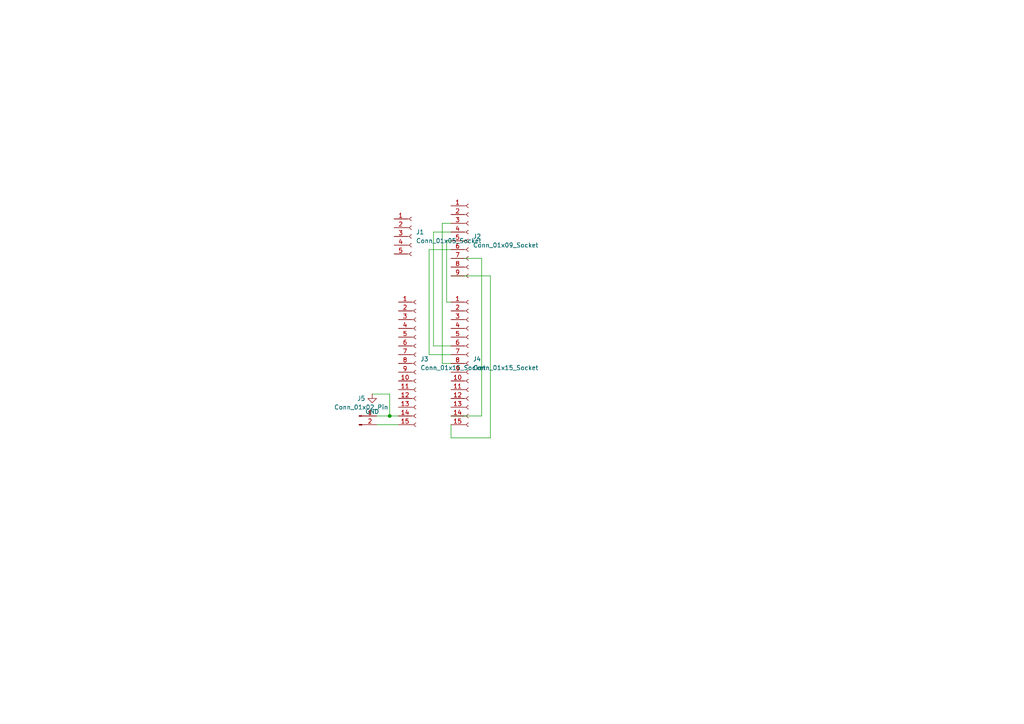
<source format=kicad_sch>
(kicad_sch
	(version 20250114)
	(generator "eeschema")
	(generator_version "9.0")
	(uuid "494291b8-daa1-4cff-a007-d9d3da385ae8")
	(paper "A4")
	(lib_symbols
		(symbol "Connector:Conn_01x02_Pin"
			(pin_names
				(offset 1.016)
				(hide yes)
			)
			(exclude_from_sim no)
			(in_bom yes)
			(on_board yes)
			(property "Reference" "J"
				(at 0 2.54 0)
				(effects
					(font
						(size 1.27 1.27)
					)
				)
			)
			(property "Value" "Conn_01x02_Pin"
				(at 0 -5.08 0)
				(effects
					(font
						(size 1.27 1.27)
					)
				)
			)
			(property "Footprint" ""
				(at 0 0 0)
				(effects
					(font
						(size 1.27 1.27)
					)
					(hide yes)
				)
			)
			(property "Datasheet" "~"
				(at 0 0 0)
				(effects
					(font
						(size 1.27 1.27)
					)
					(hide yes)
				)
			)
			(property "Description" "Generic connector, single row, 01x02, script generated"
				(at 0 0 0)
				(effects
					(font
						(size 1.27 1.27)
					)
					(hide yes)
				)
			)
			(property "ki_locked" ""
				(at 0 0 0)
				(effects
					(font
						(size 1.27 1.27)
					)
				)
			)
			(property "ki_keywords" "connector"
				(at 0 0 0)
				(effects
					(font
						(size 1.27 1.27)
					)
					(hide yes)
				)
			)
			(property "ki_fp_filters" "Connector*:*_1x??_*"
				(at 0 0 0)
				(effects
					(font
						(size 1.27 1.27)
					)
					(hide yes)
				)
			)
			(symbol "Conn_01x02_Pin_1_1"
				(rectangle
					(start 0.8636 0.127)
					(end 0 -0.127)
					(stroke
						(width 0.1524)
						(type default)
					)
					(fill
						(type outline)
					)
				)
				(rectangle
					(start 0.8636 -2.413)
					(end 0 -2.667)
					(stroke
						(width 0.1524)
						(type default)
					)
					(fill
						(type outline)
					)
				)
				(polyline
					(pts
						(xy 1.27 0) (xy 0.8636 0)
					)
					(stroke
						(width 0.1524)
						(type default)
					)
					(fill
						(type none)
					)
				)
				(polyline
					(pts
						(xy 1.27 -2.54) (xy 0.8636 -2.54)
					)
					(stroke
						(width 0.1524)
						(type default)
					)
					(fill
						(type none)
					)
				)
				(pin passive line
					(at 5.08 0 180)
					(length 3.81)
					(name "Pin_1"
						(effects
							(font
								(size 1.27 1.27)
							)
						)
					)
					(number "1"
						(effects
							(font
								(size 1.27 1.27)
							)
						)
					)
				)
				(pin passive line
					(at 5.08 -2.54 180)
					(length 3.81)
					(name "Pin_2"
						(effects
							(font
								(size 1.27 1.27)
							)
						)
					)
					(number "2"
						(effects
							(font
								(size 1.27 1.27)
							)
						)
					)
				)
			)
			(embedded_fonts no)
		)
		(symbol "Connector:Conn_01x05_Socket"
			(pin_names
				(offset 1.016)
				(hide yes)
			)
			(exclude_from_sim no)
			(in_bom yes)
			(on_board yes)
			(property "Reference" "J"
				(at 0 7.62 0)
				(effects
					(font
						(size 1.27 1.27)
					)
				)
			)
			(property "Value" "Conn_01x05_Socket"
				(at 0 -7.62 0)
				(effects
					(font
						(size 1.27 1.27)
					)
				)
			)
			(property "Footprint" ""
				(at 0 0 0)
				(effects
					(font
						(size 1.27 1.27)
					)
					(hide yes)
				)
			)
			(property "Datasheet" "~"
				(at 0 0 0)
				(effects
					(font
						(size 1.27 1.27)
					)
					(hide yes)
				)
			)
			(property "Description" "Generic connector, single row, 01x05, script generated"
				(at 0 0 0)
				(effects
					(font
						(size 1.27 1.27)
					)
					(hide yes)
				)
			)
			(property "ki_locked" ""
				(at 0 0 0)
				(effects
					(font
						(size 1.27 1.27)
					)
				)
			)
			(property "ki_keywords" "connector"
				(at 0 0 0)
				(effects
					(font
						(size 1.27 1.27)
					)
					(hide yes)
				)
			)
			(property "ki_fp_filters" "Connector*:*_1x??_*"
				(at 0 0 0)
				(effects
					(font
						(size 1.27 1.27)
					)
					(hide yes)
				)
			)
			(symbol "Conn_01x05_Socket_1_1"
				(polyline
					(pts
						(xy -1.27 5.08) (xy -0.508 5.08)
					)
					(stroke
						(width 0.1524)
						(type default)
					)
					(fill
						(type none)
					)
				)
				(polyline
					(pts
						(xy -1.27 2.54) (xy -0.508 2.54)
					)
					(stroke
						(width 0.1524)
						(type default)
					)
					(fill
						(type none)
					)
				)
				(polyline
					(pts
						(xy -1.27 0) (xy -0.508 0)
					)
					(stroke
						(width 0.1524)
						(type default)
					)
					(fill
						(type none)
					)
				)
				(polyline
					(pts
						(xy -1.27 -2.54) (xy -0.508 -2.54)
					)
					(stroke
						(width 0.1524)
						(type default)
					)
					(fill
						(type none)
					)
				)
				(polyline
					(pts
						(xy -1.27 -5.08) (xy -0.508 -5.08)
					)
					(stroke
						(width 0.1524)
						(type default)
					)
					(fill
						(type none)
					)
				)
				(arc
					(start 0 4.572)
					(mid -0.5058 5.08)
					(end 0 5.588)
					(stroke
						(width 0.1524)
						(type default)
					)
					(fill
						(type none)
					)
				)
				(arc
					(start 0 2.032)
					(mid -0.5058 2.54)
					(end 0 3.048)
					(stroke
						(width 0.1524)
						(type default)
					)
					(fill
						(type none)
					)
				)
				(arc
					(start 0 -0.508)
					(mid -0.5058 0)
					(end 0 0.508)
					(stroke
						(width 0.1524)
						(type default)
					)
					(fill
						(type none)
					)
				)
				(arc
					(start 0 -3.048)
					(mid -0.5058 -2.54)
					(end 0 -2.032)
					(stroke
						(width 0.1524)
						(type default)
					)
					(fill
						(type none)
					)
				)
				(arc
					(start 0 -5.588)
					(mid -0.5058 -5.08)
					(end 0 -4.572)
					(stroke
						(width 0.1524)
						(type default)
					)
					(fill
						(type none)
					)
				)
				(pin passive line
					(at -5.08 5.08 0)
					(length 3.81)
					(name "Pin_1"
						(effects
							(font
								(size 1.27 1.27)
							)
						)
					)
					(number "1"
						(effects
							(font
								(size 1.27 1.27)
							)
						)
					)
				)
				(pin passive line
					(at -5.08 2.54 0)
					(length 3.81)
					(name "Pin_2"
						(effects
							(font
								(size 1.27 1.27)
							)
						)
					)
					(number "2"
						(effects
							(font
								(size 1.27 1.27)
							)
						)
					)
				)
				(pin passive line
					(at -5.08 0 0)
					(length 3.81)
					(name "Pin_3"
						(effects
							(font
								(size 1.27 1.27)
							)
						)
					)
					(number "3"
						(effects
							(font
								(size 1.27 1.27)
							)
						)
					)
				)
				(pin passive line
					(at -5.08 -2.54 0)
					(length 3.81)
					(name "Pin_4"
						(effects
							(font
								(size 1.27 1.27)
							)
						)
					)
					(number "4"
						(effects
							(font
								(size 1.27 1.27)
							)
						)
					)
				)
				(pin passive line
					(at -5.08 -5.08 0)
					(length 3.81)
					(name "Pin_5"
						(effects
							(font
								(size 1.27 1.27)
							)
						)
					)
					(number "5"
						(effects
							(font
								(size 1.27 1.27)
							)
						)
					)
				)
			)
			(embedded_fonts no)
		)
		(symbol "Connector:Conn_01x09_Socket"
			(pin_names
				(offset 1.016)
				(hide yes)
			)
			(exclude_from_sim no)
			(in_bom yes)
			(on_board yes)
			(property "Reference" "J"
				(at 0 12.7 0)
				(effects
					(font
						(size 1.27 1.27)
					)
				)
			)
			(property "Value" "Conn_01x09_Socket"
				(at 0 -12.7 0)
				(effects
					(font
						(size 1.27 1.27)
					)
				)
			)
			(property "Footprint" ""
				(at 0 0 0)
				(effects
					(font
						(size 1.27 1.27)
					)
					(hide yes)
				)
			)
			(property "Datasheet" "~"
				(at 0 0 0)
				(effects
					(font
						(size 1.27 1.27)
					)
					(hide yes)
				)
			)
			(property "Description" "Generic connector, single row, 01x09, script generated"
				(at 0 0 0)
				(effects
					(font
						(size 1.27 1.27)
					)
					(hide yes)
				)
			)
			(property "ki_locked" ""
				(at 0 0 0)
				(effects
					(font
						(size 1.27 1.27)
					)
				)
			)
			(property "ki_keywords" "connector"
				(at 0 0 0)
				(effects
					(font
						(size 1.27 1.27)
					)
					(hide yes)
				)
			)
			(property "ki_fp_filters" "Connector*:*_1x??_*"
				(at 0 0 0)
				(effects
					(font
						(size 1.27 1.27)
					)
					(hide yes)
				)
			)
			(symbol "Conn_01x09_Socket_1_1"
				(polyline
					(pts
						(xy -1.27 10.16) (xy -0.508 10.16)
					)
					(stroke
						(width 0.1524)
						(type default)
					)
					(fill
						(type none)
					)
				)
				(polyline
					(pts
						(xy -1.27 7.62) (xy -0.508 7.62)
					)
					(stroke
						(width 0.1524)
						(type default)
					)
					(fill
						(type none)
					)
				)
				(polyline
					(pts
						(xy -1.27 5.08) (xy -0.508 5.08)
					)
					(stroke
						(width 0.1524)
						(type default)
					)
					(fill
						(type none)
					)
				)
				(polyline
					(pts
						(xy -1.27 2.54) (xy -0.508 2.54)
					)
					(stroke
						(width 0.1524)
						(type default)
					)
					(fill
						(type none)
					)
				)
				(polyline
					(pts
						(xy -1.27 0) (xy -0.508 0)
					)
					(stroke
						(width 0.1524)
						(type default)
					)
					(fill
						(type none)
					)
				)
				(polyline
					(pts
						(xy -1.27 -2.54) (xy -0.508 -2.54)
					)
					(stroke
						(width 0.1524)
						(type default)
					)
					(fill
						(type none)
					)
				)
				(polyline
					(pts
						(xy -1.27 -5.08) (xy -0.508 -5.08)
					)
					(stroke
						(width 0.1524)
						(type default)
					)
					(fill
						(type none)
					)
				)
				(polyline
					(pts
						(xy -1.27 -7.62) (xy -0.508 -7.62)
					)
					(stroke
						(width 0.1524)
						(type default)
					)
					(fill
						(type none)
					)
				)
				(polyline
					(pts
						(xy -1.27 -10.16) (xy -0.508 -10.16)
					)
					(stroke
						(width 0.1524)
						(type default)
					)
					(fill
						(type none)
					)
				)
				(arc
					(start 0 9.652)
					(mid -0.5058 10.16)
					(end 0 10.668)
					(stroke
						(width 0.1524)
						(type default)
					)
					(fill
						(type none)
					)
				)
				(arc
					(start 0 7.112)
					(mid -0.5058 7.62)
					(end 0 8.128)
					(stroke
						(width 0.1524)
						(type default)
					)
					(fill
						(type none)
					)
				)
				(arc
					(start 0 4.572)
					(mid -0.5058 5.08)
					(end 0 5.588)
					(stroke
						(width 0.1524)
						(type default)
					)
					(fill
						(type none)
					)
				)
				(arc
					(start 0 2.032)
					(mid -0.5058 2.54)
					(end 0 3.048)
					(stroke
						(width 0.1524)
						(type default)
					)
					(fill
						(type none)
					)
				)
				(arc
					(start 0 -0.508)
					(mid -0.5058 0)
					(end 0 0.508)
					(stroke
						(width 0.1524)
						(type default)
					)
					(fill
						(type none)
					)
				)
				(arc
					(start 0 -3.048)
					(mid -0.5058 -2.54)
					(end 0 -2.032)
					(stroke
						(width 0.1524)
						(type default)
					)
					(fill
						(type none)
					)
				)
				(arc
					(start 0 -5.588)
					(mid -0.5058 -5.08)
					(end 0 -4.572)
					(stroke
						(width 0.1524)
						(type default)
					)
					(fill
						(type none)
					)
				)
				(arc
					(start 0 -8.128)
					(mid -0.5058 -7.62)
					(end 0 -7.112)
					(stroke
						(width 0.1524)
						(type default)
					)
					(fill
						(type none)
					)
				)
				(arc
					(start 0 -10.668)
					(mid -0.5058 -10.16)
					(end 0 -9.652)
					(stroke
						(width 0.1524)
						(type default)
					)
					(fill
						(type none)
					)
				)
				(pin passive line
					(at -5.08 10.16 0)
					(length 3.81)
					(name "Pin_1"
						(effects
							(font
								(size 1.27 1.27)
							)
						)
					)
					(number "1"
						(effects
							(font
								(size 1.27 1.27)
							)
						)
					)
				)
				(pin passive line
					(at -5.08 7.62 0)
					(length 3.81)
					(name "Pin_2"
						(effects
							(font
								(size 1.27 1.27)
							)
						)
					)
					(number "2"
						(effects
							(font
								(size 1.27 1.27)
							)
						)
					)
				)
				(pin passive line
					(at -5.08 5.08 0)
					(length 3.81)
					(name "Pin_3"
						(effects
							(font
								(size 1.27 1.27)
							)
						)
					)
					(number "3"
						(effects
							(font
								(size 1.27 1.27)
							)
						)
					)
				)
				(pin passive line
					(at -5.08 2.54 0)
					(length 3.81)
					(name "Pin_4"
						(effects
							(font
								(size 1.27 1.27)
							)
						)
					)
					(number "4"
						(effects
							(font
								(size 1.27 1.27)
							)
						)
					)
				)
				(pin passive line
					(at -5.08 0 0)
					(length 3.81)
					(name "Pin_5"
						(effects
							(font
								(size 1.27 1.27)
							)
						)
					)
					(number "5"
						(effects
							(font
								(size 1.27 1.27)
							)
						)
					)
				)
				(pin passive line
					(at -5.08 -2.54 0)
					(length 3.81)
					(name "Pin_6"
						(effects
							(font
								(size 1.27 1.27)
							)
						)
					)
					(number "6"
						(effects
							(font
								(size 1.27 1.27)
							)
						)
					)
				)
				(pin passive line
					(at -5.08 -5.08 0)
					(length 3.81)
					(name "Pin_7"
						(effects
							(font
								(size 1.27 1.27)
							)
						)
					)
					(number "7"
						(effects
							(font
								(size 1.27 1.27)
							)
						)
					)
				)
				(pin passive line
					(at -5.08 -7.62 0)
					(length 3.81)
					(name "Pin_8"
						(effects
							(font
								(size 1.27 1.27)
							)
						)
					)
					(number "8"
						(effects
							(font
								(size 1.27 1.27)
							)
						)
					)
				)
				(pin passive line
					(at -5.08 -10.16 0)
					(length 3.81)
					(name "Pin_9"
						(effects
							(font
								(size 1.27 1.27)
							)
						)
					)
					(number "9"
						(effects
							(font
								(size 1.27 1.27)
							)
						)
					)
				)
			)
			(embedded_fonts no)
		)
		(symbol "Connector:Conn_01x15_Socket"
			(pin_names
				(offset 1.016)
				(hide yes)
			)
			(exclude_from_sim no)
			(in_bom yes)
			(on_board yes)
			(property "Reference" "J"
				(at 0 20.32 0)
				(effects
					(font
						(size 1.27 1.27)
					)
				)
			)
			(property "Value" "Conn_01x15_Socket"
				(at 0 -20.32 0)
				(effects
					(font
						(size 1.27 1.27)
					)
				)
			)
			(property "Footprint" ""
				(at 0 0 0)
				(effects
					(font
						(size 1.27 1.27)
					)
					(hide yes)
				)
			)
			(property "Datasheet" "~"
				(at 0 0 0)
				(effects
					(font
						(size 1.27 1.27)
					)
					(hide yes)
				)
			)
			(property "Description" "Generic connector, single row, 01x15, script generated"
				(at 0 0 0)
				(effects
					(font
						(size 1.27 1.27)
					)
					(hide yes)
				)
			)
			(property "ki_locked" ""
				(at 0 0 0)
				(effects
					(font
						(size 1.27 1.27)
					)
				)
			)
			(property "ki_keywords" "connector"
				(at 0 0 0)
				(effects
					(font
						(size 1.27 1.27)
					)
					(hide yes)
				)
			)
			(property "ki_fp_filters" "Connector*:*_1x??_*"
				(at 0 0 0)
				(effects
					(font
						(size 1.27 1.27)
					)
					(hide yes)
				)
			)
			(symbol "Conn_01x15_Socket_1_1"
				(polyline
					(pts
						(xy -1.27 17.78) (xy -0.508 17.78)
					)
					(stroke
						(width 0.1524)
						(type default)
					)
					(fill
						(type none)
					)
				)
				(polyline
					(pts
						(xy -1.27 15.24) (xy -0.508 15.24)
					)
					(stroke
						(width 0.1524)
						(type default)
					)
					(fill
						(type none)
					)
				)
				(polyline
					(pts
						(xy -1.27 12.7) (xy -0.508 12.7)
					)
					(stroke
						(width 0.1524)
						(type default)
					)
					(fill
						(type none)
					)
				)
				(polyline
					(pts
						(xy -1.27 10.16) (xy -0.508 10.16)
					)
					(stroke
						(width 0.1524)
						(type default)
					)
					(fill
						(type none)
					)
				)
				(polyline
					(pts
						(xy -1.27 7.62) (xy -0.508 7.62)
					)
					(stroke
						(width 0.1524)
						(type default)
					)
					(fill
						(type none)
					)
				)
				(polyline
					(pts
						(xy -1.27 5.08) (xy -0.508 5.08)
					)
					(stroke
						(width 0.1524)
						(type default)
					)
					(fill
						(type none)
					)
				)
				(polyline
					(pts
						(xy -1.27 2.54) (xy -0.508 2.54)
					)
					(stroke
						(width 0.1524)
						(type default)
					)
					(fill
						(type none)
					)
				)
				(polyline
					(pts
						(xy -1.27 0) (xy -0.508 0)
					)
					(stroke
						(width 0.1524)
						(type default)
					)
					(fill
						(type none)
					)
				)
				(polyline
					(pts
						(xy -1.27 -2.54) (xy -0.508 -2.54)
					)
					(stroke
						(width 0.1524)
						(type default)
					)
					(fill
						(type none)
					)
				)
				(polyline
					(pts
						(xy -1.27 -5.08) (xy -0.508 -5.08)
					)
					(stroke
						(width 0.1524)
						(type default)
					)
					(fill
						(type none)
					)
				)
				(polyline
					(pts
						(xy -1.27 -7.62) (xy -0.508 -7.62)
					)
					(stroke
						(width 0.1524)
						(type default)
					)
					(fill
						(type none)
					)
				)
				(polyline
					(pts
						(xy -1.27 -10.16) (xy -0.508 -10.16)
					)
					(stroke
						(width 0.1524)
						(type default)
					)
					(fill
						(type none)
					)
				)
				(polyline
					(pts
						(xy -1.27 -12.7) (xy -0.508 -12.7)
					)
					(stroke
						(width 0.1524)
						(type default)
					)
					(fill
						(type none)
					)
				)
				(polyline
					(pts
						(xy -1.27 -15.24) (xy -0.508 -15.24)
					)
					(stroke
						(width 0.1524)
						(type default)
					)
					(fill
						(type none)
					)
				)
				(polyline
					(pts
						(xy -1.27 -17.78) (xy -0.508 -17.78)
					)
					(stroke
						(width 0.1524)
						(type default)
					)
					(fill
						(type none)
					)
				)
				(arc
					(start 0 17.272)
					(mid -0.5058 17.78)
					(end 0 18.288)
					(stroke
						(width 0.1524)
						(type default)
					)
					(fill
						(type none)
					)
				)
				(arc
					(start 0 14.732)
					(mid -0.5058 15.24)
					(end 0 15.748)
					(stroke
						(width 0.1524)
						(type default)
					)
					(fill
						(type none)
					)
				)
				(arc
					(start 0 12.192)
					(mid -0.5058 12.7)
					(end 0 13.208)
					(stroke
						(width 0.1524)
						(type default)
					)
					(fill
						(type none)
					)
				)
				(arc
					(start 0 9.652)
					(mid -0.5058 10.16)
					(end 0 10.668)
					(stroke
						(width 0.1524)
						(type default)
					)
					(fill
						(type none)
					)
				)
				(arc
					(start 0 7.112)
					(mid -0.5058 7.62)
					(end 0 8.128)
					(stroke
						(width 0.1524)
						(type default)
					)
					(fill
						(type none)
					)
				)
				(arc
					(start 0 4.572)
					(mid -0.5058 5.08)
					(end 0 5.588)
					(stroke
						(width 0.1524)
						(type default)
					)
					(fill
						(type none)
					)
				)
				(arc
					(start 0 2.032)
					(mid -0.5058 2.54)
					(end 0 3.048)
					(stroke
						(width 0.1524)
						(type default)
					)
					(fill
						(type none)
					)
				)
				(arc
					(start 0 -0.508)
					(mid -0.5058 0)
					(end 0 0.508)
					(stroke
						(width 0.1524)
						(type default)
					)
					(fill
						(type none)
					)
				)
				(arc
					(start 0 -3.048)
					(mid -0.5058 -2.54)
					(end 0 -2.032)
					(stroke
						(width 0.1524)
						(type default)
					)
					(fill
						(type none)
					)
				)
				(arc
					(start 0 -5.588)
					(mid -0.5058 -5.08)
					(end 0 -4.572)
					(stroke
						(width 0.1524)
						(type default)
					)
					(fill
						(type none)
					)
				)
				(arc
					(start 0 -8.128)
					(mid -0.5058 -7.62)
					(end 0 -7.112)
					(stroke
						(width 0.1524)
						(type default)
					)
					(fill
						(type none)
					)
				)
				(arc
					(start 0 -10.668)
					(mid -0.5058 -10.16)
					(end 0 -9.652)
					(stroke
						(width 0.1524)
						(type default)
					)
					(fill
						(type none)
					)
				)
				(arc
					(start 0 -13.208)
					(mid -0.5058 -12.7)
					(end 0 -12.192)
					(stroke
						(width 0.1524)
						(type default)
					)
					(fill
						(type none)
					)
				)
				(arc
					(start 0 -15.748)
					(mid -0.5058 -15.24)
					(end 0 -14.732)
					(stroke
						(width 0.1524)
						(type default)
					)
					(fill
						(type none)
					)
				)
				(arc
					(start 0 -18.288)
					(mid -0.5058 -17.78)
					(end 0 -17.272)
					(stroke
						(width 0.1524)
						(type default)
					)
					(fill
						(type none)
					)
				)
				(pin passive line
					(at -5.08 17.78 0)
					(length 3.81)
					(name "Pin_1"
						(effects
							(font
								(size 1.27 1.27)
							)
						)
					)
					(number "1"
						(effects
							(font
								(size 1.27 1.27)
							)
						)
					)
				)
				(pin passive line
					(at -5.08 15.24 0)
					(length 3.81)
					(name "Pin_2"
						(effects
							(font
								(size 1.27 1.27)
							)
						)
					)
					(number "2"
						(effects
							(font
								(size 1.27 1.27)
							)
						)
					)
				)
				(pin passive line
					(at -5.08 12.7 0)
					(length 3.81)
					(name "Pin_3"
						(effects
							(font
								(size 1.27 1.27)
							)
						)
					)
					(number "3"
						(effects
							(font
								(size 1.27 1.27)
							)
						)
					)
				)
				(pin passive line
					(at -5.08 10.16 0)
					(length 3.81)
					(name "Pin_4"
						(effects
							(font
								(size 1.27 1.27)
							)
						)
					)
					(number "4"
						(effects
							(font
								(size 1.27 1.27)
							)
						)
					)
				)
				(pin passive line
					(at -5.08 7.62 0)
					(length 3.81)
					(name "Pin_5"
						(effects
							(font
								(size 1.27 1.27)
							)
						)
					)
					(number "5"
						(effects
							(font
								(size 1.27 1.27)
							)
						)
					)
				)
				(pin passive line
					(at -5.08 5.08 0)
					(length 3.81)
					(name "Pin_6"
						(effects
							(font
								(size 1.27 1.27)
							)
						)
					)
					(number "6"
						(effects
							(font
								(size 1.27 1.27)
							)
						)
					)
				)
				(pin passive line
					(at -5.08 2.54 0)
					(length 3.81)
					(name "Pin_7"
						(effects
							(font
								(size 1.27 1.27)
							)
						)
					)
					(number "7"
						(effects
							(font
								(size 1.27 1.27)
							)
						)
					)
				)
				(pin passive line
					(at -5.08 0 0)
					(length 3.81)
					(name "Pin_8"
						(effects
							(font
								(size 1.27 1.27)
							)
						)
					)
					(number "8"
						(effects
							(font
								(size 1.27 1.27)
							)
						)
					)
				)
				(pin passive line
					(at -5.08 -2.54 0)
					(length 3.81)
					(name "Pin_9"
						(effects
							(font
								(size 1.27 1.27)
							)
						)
					)
					(number "9"
						(effects
							(font
								(size 1.27 1.27)
							)
						)
					)
				)
				(pin passive line
					(at -5.08 -5.08 0)
					(length 3.81)
					(name "Pin_10"
						(effects
							(font
								(size 1.27 1.27)
							)
						)
					)
					(number "10"
						(effects
							(font
								(size 1.27 1.27)
							)
						)
					)
				)
				(pin passive line
					(at -5.08 -7.62 0)
					(length 3.81)
					(name "Pin_11"
						(effects
							(font
								(size 1.27 1.27)
							)
						)
					)
					(number "11"
						(effects
							(font
								(size 1.27 1.27)
							)
						)
					)
				)
				(pin passive line
					(at -5.08 -10.16 0)
					(length 3.81)
					(name "Pin_12"
						(effects
							(font
								(size 1.27 1.27)
							)
						)
					)
					(number "12"
						(effects
							(font
								(size 1.27 1.27)
							)
						)
					)
				)
				(pin passive line
					(at -5.08 -12.7 0)
					(length 3.81)
					(name "Pin_13"
						(effects
							(font
								(size 1.27 1.27)
							)
						)
					)
					(number "13"
						(effects
							(font
								(size 1.27 1.27)
							)
						)
					)
				)
				(pin passive line
					(at -5.08 -15.24 0)
					(length 3.81)
					(name "Pin_14"
						(effects
							(font
								(size 1.27 1.27)
							)
						)
					)
					(number "14"
						(effects
							(font
								(size 1.27 1.27)
							)
						)
					)
				)
				(pin passive line
					(at -5.08 -17.78 0)
					(length 3.81)
					(name "Pin_15"
						(effects
							(font
								(size 1.27 1.27)
							)
						)
					)
					(number "15"
						(effects
							(font
								(size 1.27 1.27)
							)
						)
					)
				)
			)
			(embedded_fonts no)
		)
		(symbol "power:GND"
			(power)
			(pin_numbers
				(hide yes)
			)
			(pin_names
				(offset 0)
				(hide yes)
			)
			(exclude_from_sim no)
			(in_bom yes)
			(on_board yes)
			(property "Reference" "#PWR"
				(at 0 -6.35 0)
				(effects
					(font
						(size 1.27 1.27)
					)
					(hide yes)
				)
			)
			(property "Value" "GND"
				(at 0 -3.81 0)
				(effects
					(font
						(size 1.27 1.27)
					)
				)
			)
			(property "Footprint" ""
				(at 0 0 0)
				(effects
					(font
						(size 1.27 1.27)
					)
					(hide yes)
				)
			)
			(property "Datasheet" ""
				(at 0 0 0)
				(effects
					(font
						(size 1.27 1.27)
					)
					(hide yes)
				)
			)
			(property "Description" "Power symbol creates a global label with name \"GND\" , ground"
				(at 0 0 0)
				(effects
					(font
						(size 1.27 1.27)
					)
					(hide yes)
				)
			)
			(property "ki_keywords" "global power"
				(at 0 0 0)
				(effects
					(font
						(size 1.27 1.27)
					)
					(hide yes)
				)
			)
			(symbol "GND_0_1"
				(polyline
					(pts
						(xy 0 0) (xy 0 -1.27) (xy 1.27 -1.27) (xy 0 -2.54) (xy -1.27 -1.27) (xy 0 -1.27)
					)
					(stroke
						(width 0)
						(type default)
					)
					(fill
						(type none)
					)
				)
			)
			(symbol "GND_1_1"
				(pin power_in line
					(at 0 0 270)
					(length 0)
					(name "~"
						(effects
							(font
								(size 1.27 1.27)
							)
						)
					)
					(number "1"
						(effects
							(font
								(size 1.27 1.27)
							)
						)
					)
				)
			)
			(embedded_fonts no)
		)
	)
	(junction
		(at 113.03 120.65)
		(diameter 0)
		(color 0 0 0 0)
		(uuid "f00fbb13-77c9-437c-a87b-dc28a0f9b5b6")
	)
	(wire
		(pts
			(xy 142.24 127) (xy 142.24 80.01)
		)
		(stroke
			(width 0)
			(type default)
		)
		(uuid "0868ae99-67cb-4b28-b297-58df145992ed")
	)
	(wire
		(pts
			(xy 130.81 74.93) (xy 139.7 74.93)
		)
		(stroke
			(width 0)
			(type default)
		)
		(uuid "1f310563-d029-41ef-989c-ffeaf4b45082")
	)
	(wire
		(pts
			(xy 107.95 114.3) (xy 113.03 114.3)
		)
		(stroke
			(width 0)
			(type default)
		)
		(uuid "31b6ed38-206c-4604-99fb-476325b3b8e4")
	)
	(wire
		(pts
			(xy 113.03 120.65) (xy 115.57 120.65)
		)
		(stroke
			(width 0)
			(type default)
		)
		(uuid "3b26239b-3fb0-4f09-972b-d444c9bfe658")
	)
	(wire
		(pts
			(xy 109.22 123.19) (xy 115.57 123.19)
		)
		(stroke
			(width 0)
			(type default)
		)
		(uuid "4980f4e0-ba6a-4490-af07-66c9bc09dc8e")
	)
	(wire
		(pts
			(xy 124.46 102.87) (xy 124.46 72.39)
		)
		(stroke
			(width 0)
			(type default)
		)
		(uuid "5e282cce-1b84-4090-b2d9-6f5723ae0dfc")
	)
	(wire
		(pts
			(xy 130.81 67.31) (xy 125.73 67.31)
		)
		(stroke
			(width 0)
			(type default)
		)
		(uuid "60a50747-d527-4707-ad0a-5d9a2fac87be")
	)
	(wire
		(pts
			(xy 130.81 64.77) (xy 128.27 64.77)
		)
		(stroke
			(width 0)
			(type default)
		)
		(uuid "69b94276-8fb5-467c-b029-efee1d600517")
	)
	(wire
		(pts
			(xy 130.81 102.87) (xy 124.46 102.87)
		)
		(stroke
			(width 0)
			(type default)
		)
		(uuid "75a9b14d-34bd-408f-99ba-45125d47a6b0")
	)
	(wire
		(pts
			(xy 129.54 69.85) (xy 129.54 87.63)
		)
		(stroke
			(width 0)
			(type default)
		)
		(uuid "84a38c1e-13cf-4e72-8c64-986425496b74")
	)
	(wire
		(pts
			(xy 109.22 120.65) (xy 113.03 120.65)
		)
		(stroke
			(width 0)
			(type default)
		)
		(uuid "8723f51f-97da-4384-9658-a209c895ff5d")
	)
	(wire
		(pts
			(xy 125.73 100.33) (xy 130.81 100.33)
		)
		(stroke
			(width 0)
			(type default)
		)
		(uuid "8a43d592-fb8b-4bcd-b600-3584a6903ff5")
	)
	(wire
		(pts
			(xy 128.27 105.41) (xy 130.81 105.41)
		)
		(stroke
			(width 0)
			(type default)
		)
		(uuid "90129e0f-bad2-4db4-8cf9-196ad391e99d")
	)
	(wire
		(pts
			(xy 125.73 67.31) (xy 125.73 100.33)
		)
		(stroke
			(width 0)
			(type default)
		)
		(uuid "973cdfed-402b-49ca-b8d9-15e8d38e218f")
	)
	(wire
		(pts
			(xy 113.03 114.3) (xy 113.03 120.65)
		)
		(stroke
			(width 0)
			(type default)
		)
		(uuid "a114c309-4190-4ee0-b4d6-b4f057e23486")
	)
	(wire
		(pts
			(xy 130.81 127) (xy 142.24 127)
		)
		(stroke
			(width 0)
			(type default)
		)
		(uuid "a2884172-fb7b-433d-88bf-a14cd3a3923d")
	)
	(wire
		(pts
			(xy 128.27 64.77) (xy 128.27 105.41)
		)
		(stroke
			(width 0)
			(type default)
		)
		(uuid "aef52552-76ad-42f7-845f-816263b1976e")
	)
	(wire
		(pts
			(xy 142.24 80.01) (xy 130.81 80.01)
		)
		(stroke
			(width 0)
			(type default)
		)
		(uuid "b473a91a-3f0b-4d98-8ebd-9b87f07af568")
	)
	(wire
		(pts
			(xy 130.81 69.85) (xy 129.54 69.85)
		)
		(stroke
			(width 0)
			(type default)
		)
		(uuid "c1cee7d5-84cf-421a-9c35-c4b0800b29c5")
	)
	(wire
		(pts
			(xy 124.46 72.39) (xy 130.81 72.39)
		)
		(stroke
			(width 0)
			(type default)
		)
		(uuid "c6b49882-3837-4363-a603-112477ebec9c")
	)
	(wire
		(pts
			(xy 139.7 74.93) (xy 139.7 120.65)
		)
		(stroke
			(width 0)
			(type default)
		)
		(uuid "d49cf3cd-272b-4a1f-9be0-dc7a7596dcbd")
	)
	(wire
		(pts
			(xy 130.81 123.19) (xy 130.81 127)
		)
		(stroke
			(width 0)
			(type default)
		)
		(uuid "de7d8dbd-1d42-4af3-8442-770c665d45e5")
	)
	(wire
		(pts
			(xy 129.54 87.63) (xy 130.81 87.63)
		)
		(stroke
			(width 0)
			(type default)
		)
		(uuid "e43e01c7-46ce-41af-9f6c-2003a8d08d55")
	)
	(wire
		(pts
			(xy 130.81 120.65) (xy 139.7 120.65)
		)
		(stroke
			(width 0)
			(type default)
		)
		(uuid "e75b2372-264f-4abf-b120-e6a9b8338f18")
	)
	(symbol
		(lib_id "Connector:Conn_01x09_Socket")
		(at 135.89 69.85 0)
		(unit 1)
		(exclude_from_sim no)
		(in_bom yes)
		(on_board yes)
		(dnp no)
		(fields_autoplaced yes)
		(uuid "31dbbcc7-ddae-495f-891d-d735160e1ff7")
		(property "Reference" "J2"
			(at 137.16 68.5799 0)
			(effects
				(font
					(size 1.27 1.27)
				)
				(justify left)
			)
		)
		(property "Value" "Conn_01x09_Socket"
			(at 137.16 71.1199 0)
			(effects
				(font
					(size 1.27 1.27)
				)
				(justify left)
			)
		)
		(property "Footprint" "Connector_PinHeader_2.54mm:PinHeader_1x09_P2.54mm_Vertical"
			(at 135.89 69.85 0)
			(effects
				(font
					(size 1.27 1.27)
				)
				(hide yes)
			)
		)
		(property "Datasheet" "~"
			(at 135.89 69.85 0)
			(effects
				(font
					(size 1.27 1.27)
				)
				(hide yes)
			)
		)
		(property "Description" "Generic connector, single row, 01x09, script generated"
			(at 135.89 69.85 0)
			(effects
				(font
					(size 1.27 1.27)
				)
				(hide yes)
			)
		)
		(pin "9"
			(uuid "644f2c6d-0c50-4f52-932c-27cafb47594f")
		)
		(pin "7"
			(uuid "4ab7c7c6-29d5-4c18-bd20-81d74a5994ce")
		)
		(pin "1"
			(uuid "d63fb6a4-57fa-4bb6-9664-632b90bbda15")
		)
		(pin "5"
			(uuid "4b3569f3-725d-475b-8121-c7aaf9f994e9")
		)
		(pin "6"
			(uuid "515fe950-040e-41fa-a3cc-7ddf5be32aa3")
		)
		(pin "8"
			(uuid "748bdb29-5224-48bc-9e3e-058e739bb814")
		)
		(pin "3"
			(uuid "a8daf2aa-a783-41ab-953e-53c7ea46b7cf")
		)
		(pin "2"
			(uuid "526174ba-1bce-4e4c-906f-c3584a3ca2ef")
		)
		(pin "4"
			(uuid "db964859-71be-4a06-a812-13d1ef10b44f")
		)
		(instances
			(project ""
				(path "/494291b8-daa1-4cff-a007-d9d3da385ae8"
					(reference "J2")
					(unit 1)
				)
			)
		)
	)
	(symbol
		(lib_id "Connector:Conn_01x15_Socket")
		(at 135.89 105.41 0)
		(unit 1)
		(exclude_from_sim no)
		(in_bom yes)
		(on_board yes)
		(dnp no)
		(fields_autoplaced yes)
		(uuid "3c8fd3a7-7c50-4241-98d3-469342bd05a3")
		(property "Reference" "J4"
			(at 137.16 104.1399 0)
			(effects
				(font
					(size 1.27 1.27)
				)
				(justify left)
			)
		)
		(property "Value" "Conn_01x15_Socket"
			(at 137.16 106.6799 0)
			(effects
				(font
					(size 1.27 1.27)
				)
				(justify left)
			)
		)
		(property "Footprint" "Connector_PinHeader_2.54mm:PinHeader_1x15_P2.54mm_Vertical"
			(at 135.89 105.41 0)
			(effects
				(font
					(size 1.27 1.27)
				)
				(hide yes)
			)
		)
		(property "Datasheet" "~"
			(at 135.89 105.41 0)
			(effects
				(font
					(size 1.27 1.27)
				)
				(hide yes)
			)
		)
		(property "Description" "Generic connector, single row, 01x15, script generated"
			(at 135.89 105.41 0)
			(effects
				(font
					(size 1.27 1.27)
				)
				(hide yes)
			)
		)
		(pin "1"
			(uuid "8b836451-26a5-4b48-8f21-cbb31045c421")
		)
		(pin "3"
			(uuid "f1df6e78-5f28-4f75-9481-00b5fe06c70b")
		)
		(pin "4"
			(uuid "02e9b431-62ff-459b-886c-dcc1b1338702")
		)
		(pin "5"
			(uuid "a90ec74c-c36a-4115-b3f8-47ec0e667d35")
		)
		(pin "6"
			(uuid "589fa8fa-fbfe-435d-9be9-758f72808ec7")
		)
		(pin "2"
			(uuid "82941dfa-c2ff-445f-9922-d50cdb11051b")
		)
		(pin "11"
			(uuid "fc798665-c27a-466d-aedc-543b583e8338")
		)
		(pin "7"
			(uuid "9b717cab-8a5b-4e82-8008-e440071c8125")
		)
		(pin "8"
			(uuid "3873b3f6-19a9-4e4a-93a8-dd83ca29deec")
		)
		(pin "9"
			(uuid "3b0489c0-7c8d-40e5-ab64-2b656481fe46")
		)
		(pin "10"
			(uuid "a68cf263-b53c-49c9-8701-06995fb9bad4")
		)
		(pin "13"
			(uuid "7ccaceb4-fcb5-497a-a592-8df42bd8d536")
		)
		(pin "14"
			(uuid "30b5f677-9874-4479-a258-d35db88a36fa")
		)
		(pin "12"
			(uuid "2adf9f8b-1c6a-4272-82e9-bcfc5ab3b099")
		)
		(pin "15"
			(uuid "6a686962-41fa-484d-a262-ccf138b46312")
		)
		(instances
			(project ""
				(path "/494291b8-daa1-4cff-a007-d9d3da385ae8"
					(reference "J4")
					(unit 1)
				)
			)
		)
	)
	(symbol
		(lib_id "Connector:Conn_01x02_Pin")
		(at 104.14 120.65 0)
		(unit 1)
		(exclude_from_sim no)
		(in_bom yes)
		(on_board yes)
		(dnp no)
		(fields_autoplaced yes)
		(uuid "a0c6b56a-b3ba-484d-8338-971af372d956")
		(property "Reference" "J5"
			(at 104.775 115.57 0)
			(effects
				(font
					(size 1.27 1.27)
				)
			)
		)
		(property "Value" "Conn_01x02_Pin"
			(at 104.775 118.11 0)
			(effects
				(font
					(size 1.27 1.27)
				)
			)
		)
		(property "Footprint" "Connector_PinHeader_2.54mm:PinHeader_1x02_P2.54mm_Vertical"
			(at 104.14 120.65 0)
			(effects
				(font
					(size 1.27 1.27)
				)
				(hide yes)
			)
		)
		(property "Datasheet" "~"
			(at 104.14 120.65 0)
			(effects
				(font
					(size 1.27 1.27)
				)
				(hide yes)
			)
		)
		(property "Description" "Generic connector, single row, 01x02, script generated"
			(at 104.14 120.65 0)
			(effects
				(font
					(size 1.27 1.27)
				)
				(hide yes)
			)
		)
		(pin "1"
			(uuid "aba0bfe1-0b64-471b-9be2-151fd7b45003")
		)
		(pin "2"
			(uuid "c55aea02-bfb2-445a-b3da-25bd188c488a")
		)
		(instances
			(project ""
				(path "/494291b8-daa1-4cff-a007-d9d3da385ae8"
					(reference "J5")
					(unit 1)
				)
			)
		)
	)
	(symbol
		(lib_id "Connector:Conn_01x15_Socket")
		(at 120.65 105.41 0)
		(unit 1)
		(exclude_from_sim no)
		(in_bom yes)
		(on_board yes)
		(dnp no)
		(fields_autoplaced yes)
		(uuid "dd4a5c6f-7801-4afa-a7c3-4a87d14eed45")
		(property "Reference" "J3"
			(at 121.92 104.1399 0)
			(effects
				(font
					(size 1.27 1.27)
				)
				(justify left)
			)
		)
		(property "Value" "Conn_01x15_Socket"
			(at 121.92 106.6799 0)
			(effects
				(font
					(size 1.27 1.27)
				)
				(justify left)
			)
		)
		(property "Footprint" "Connector_PinHeader_2.54mm:PinHeader_1x15_P2.54mm_Vertical"
			(at 120.65 105.41 0)
			(effects
				(font
					(size 1.27 1.27)
				)
				(hide yes)
			)
		)
		(property "Datasheet" "~"
			(at 120.65 105.41 0)
			(effects
				(font
					(size 1.27 1.27)
				)
				(hide yes)
			)
		)
		(property "Description" "Generic connector, single row, 01x15, script generated"
			(at 120.65 105.41 0)
			(effects
				(font
					(size 1.27 1.27)
				)
				(hide yes)
			)
		)
		(pin "9"
			(uuid "f8667f26-290a-4bfb-ae1c-69558411056e")
		)
		(pin "11"
			(uuid "4c982614-36b0-419f-8edb-7f7c5555628c")
		)
		(pin "2"
			(uuid "b8f124a8-94e3-4d83-8ad8-f46273740adc")
		)
		(pin "4"
			(uuid "88684902-901b-48c5-87d5-45d455f5663a")
		)
		(pin "6"
			(uuid "b4554d40-7889-4441-8283-8ed48273a532")
		)
		(pin "3"
			(uuid "17ba2c8b-809f-43d8-bf29-40496d1bb193")
		)
		(pin "1"
			(uuid "bec9d702-756c-4bce-a7db-08e876c446b7")
		)
		(pin "5"
			(uuid "a78d7abd-b04c-45cc-8fe6-7d934e36cc75")
		)
		(pin "7"
			(uuid "bcc55702-1d96-4658-9fd6-7f6c8ba029ba")
		)
		(pin "8"
			(uuid "b64e474b-989f-4b00-813b-15ccadd0c63d")
		)
		(pin "10"
			(uuid "1803f000-c6f7-4751-80fc-6b95f70cd269")
		)
		(pin "14"
			(uuid "75bad9c0-2e56-4271-9089-794f9ad353ed")
		)
		(pin "12"
			(uuid "3b8a0656-0914-459b-bab4-19f639f3c4c8")
		)
		(pin "13"
			(uuid "a2e9ddfb-57a2-4260-a127-63fdbbac31af")
		)
		(pin "15"
			(uuid "3105b308-4cad-4abb-a1c0-086c63102ee8")
		)
		(instances
			(project ""
				(path "/494291b8-daa1-4cff-a007-d9d3da385ae8"
					(reference "J3")
					(unit 1)
				)
			)
		)
	)
	(symbol
		(lib_id "power:GND")
		(at 107.95 114.3 0)
		(unit 1)
		(exclude_from_sim no)
		(in_bom yes)
		(on_board yes)
		(dnp no)
		(fields_autoplaced yes)
		(uuid "eb432b5c-a15c-4918-842e-2865238bbf11")
		(property "Reference" "#PWR01"
			(at 107.95 120.65 0)
			(effects
				(font
					(size 1.27 1.27)
				)
				(hide yes)
			)
		)
		(property "Value" "GND"
			(at 107.95 119.38 0)
			(effects
				(font
					(size 1.27 1.27)
				)
			)
		)
		(property "Footprint" ""
			(at 107.95 114.3 0)
			(effects
				(font
					(size 1.27 1.27)
				)
				(hide yes)
			)
		)
		(property "Datasheet" ""
			(at 107.95 114.3 0)
			(effects
				(font
					(size 1.27 1.27)
				)
				(hide yes)
			)
		)
		(property "Description" "Power symbol creates a global label with name \"GND\" , ground"
			(at 107.95 114.3 0)
			(effects
				(font
					(size 1.27 1.27)
				)
				(hide yes)
			)
		)
		(pin "1"
			(uuid "addbb8b8-b632-4d64-ab44-cd709082ecd1")
		)
		(instances
			(project ""
				(path "/494291b8-daa1-4cff-a007-d9d3da385ae8"
					(reference "#PWR01")
					(unit 1)
				)
			)
		)
	)
	(symbol
		(lib_id "Connector:Conn_01x05_Socket")
		(at 119.38 68.58 0)
		(unit 1)
		(exclude_from_sim no)
		(in_bom yes)
		(on_board yes)
		(dnp no)
		(fields_autoplaced yes)
		(uuid "eca9f6b0-4c79-4b95-8fdd-b83633aa3ecf")
		(property "Reference" "J1"
			(at 120.65 67.3099 0)
			(effects
				(font
					(size 1.27 1.27)
				)
				(justify left)
			)
		)
		(property "Value" "Conn_01x05_Socket"
			(at 120.65 69.8499 0)
			(effects
				(font
					(size 1.27 1.27)
				)
				(justify left)
			)
		)
		(property "Footprint" "Connector_PinHeader_2.54mm:PinHeader_1x05_P2.54mm_Vertical"
			(at 119.38 68.58 0)
			(effects
				(font
					(size 1.27 1.27)
				)
				(hide yes)
			)
		)
		(property "Datasheet" "~"
			(at 119.38 68.58 0)
			(effects
				(font
					(size 1.27 1.27)
				)
				(hide yes)
			)
		)
		(property "Description" "Generic connector, single row, 01x05, script generated"
			(at 119.38 68.58 0)
			(effects
				(font
					(size 1.27 1.27)
				)
				(hide yes)
			)
		)
		(pin "3"
			(uuid "8873ec17-769b-4c59-b13d-95a57672a376")
		)
		(pin "4"
			(uuid "177d1c72-847b-4eaf-8169-371ac169cc29")
		)
		(pin "1"
			(uuid "91b2ed0e-6d3b-49e9-9c3f-2d53000b8d66")
		)
		(pin "5"
			(uuid "9d7b3773-9844-42c3-a0b0-7f758af04ca0")
		)
		(pin "2"
			(uuid "1626ba2f-c843-40c3-babc-a22f22fd185d")
		)
		(instances
			(project ""
				(path "/494291b8-daa1-4cff-a007-d9d3da385ae8"
					(reference "J1")
					(unit 1)
				)
			)
		)
	)
	(sheet_instances
		(path "/"
			(page "1")
		)
	)
	(embedded_fonts no)
)

</source>
